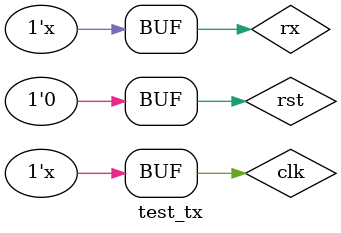
<source format=v>
`timescale 1ns / 1ps


module test_tx();

reg clk,rst;
reg [31:0] io_din;
wire [7:0] io_addr;
wire [31:0] id_out;
wire io_we;
wire tx;
reg rx;
CPU CPU(.clk(clk), .rst(rst));
/*sort s(
    .clk(clk),.rst(rst),
    .rx(rx),.tx(tx)
    );*/

    initial begin
        rx =0;
        clk = 0;
        rst =0;
        #1 rst =1;
        #2 rst =0;
    end

    always #5 clk = ~clk;
    always #8680 rx = ~rx;
endmodule

</source>
